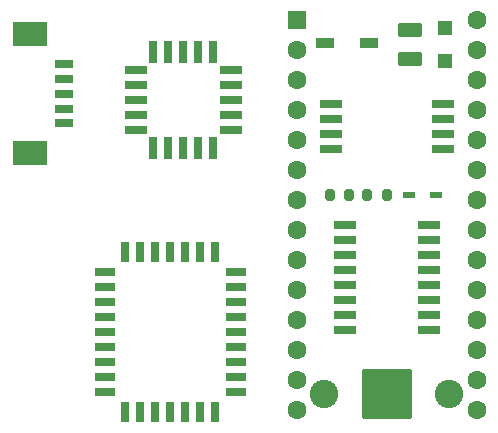
<source format=gbr>
%TF.GenerationSoftware,KiCad,Pcbnew,9.0.0*%
%TF.CreationDate,2025-11-02T14:13:05+01:00*%
%TF.ProjectId,QL_Minerva_MK2_SMD,514c5f4d-696e-4657-9276-615f4d4b325f,0.0*%
%TF.SameCoordinates,Original*%
%TF.FileFunction,Soldermask,Top*%
%TF.FilePolarity,Negative*%
%FSLAX46Y46*%
G04 Gerber Fmt 4.6, Leading zero omitted, Abs format (unit mm)*
G04 Created by KiCad (PCBNEW 9.0.0) date 2025-11-02 14:13:05*
%MOMM*%
%LPD*%
G01*
G04 APERTURE LIST*
G04 Aperture macros list*
%AMRoundRect*
0 Rectangle with rounded corners*
0 $1 Rounding radius*
0 $2 $3 $4 $5 $6 $7 $8 $9 X,Y pos of 4 corners*
0 Add a 4 corners polygon primitive as box body*
4,1,4,$2,$3,$4,$5,$6,$7,$8,$9,$2,$3,0*
0 Add four circle primitives for the rounded corners*
1,1,$1+$1,$2,$3*
1,1,$1+$1,$4,$5*
1,1,$1+$1,$6,$7*
1,1,$1+$1,$8,$9*
0 Add four rect primitives between the rounded corners*
20,1,$1+$1,$2,$3,$4,$5,0*
20,1,$1+$1,$4,$5,$6,$7,0*
20,1,$1+$1,$6,$7,$8,$9,0*
20,1,$1+$1,$8,$9,$2,$3,0*%
G04 Aperture macros list end*
%ADD10RoundRect,0.200000X0.200000X0.275000X-0.200000X0.275000X-0.200000X-0.275000X0.200000X-0.275000X0*%
%ADD11RoundRect,0.250000X-0.550000X-0.550000X0.550000X-0.550000X0.550000X0.550000X-0.550000X0.550000X0*%
%ADD12C,1.600000*%
%ADD13R,1.600000X0.800000*%
%ADD14R,3.000000X2.100000*%
%ADD15R,0.762000X1.778000*%
%ADD16R,1.778000X0.762000*%
%ADD17C,2.404000*%
%ADD18RoundRect,0.102000X-2.000000X-2.000000X2.000000X-2.000000X2.000000X2.000000X-2.000000X2.000000X0*%
%ADD19R,1.200000X1.200000*%
%ADD20R,1.925000X0.700000*%
%ADD21R,0.700000X1.925000*%
%ADD22R,1.825000X0.700000*%
%ADD23RoundRect,0.102000X0.900000X-0.500000X0.900000X0.500000X-0.900000X0.500000X-0.900000X-0.500000X0*%
%ADD24R,1.950000X0.700000*%
%ADD25R,1.500000X0.812800*%
%ADD26R,1.500000X0.863600*%
%ADD27R,1.075000X0.500000*%
G04 APERTURE END LIST*
D10*
%TO.C,R1*%
X87000000Y-79675000D03*
X85350000Y-79675000D03*
%TD*%
D11*
%TO.C,U1*%
X82610000Y-64835000D03*
D12*
X82610000Y-67375000D03*
X82610000Y-69915000D03*
X82610000Y-72455000D03*
X82610000Y-74995000D03*
X82610000Y-77535000D03*
X82610000Y-80075000D03*
X82610000Y-82615000D03*
X82610000Y-85155000D03*
X82610000Y-87695000D03*
X82610000Y-90235000D03*
X82610000Y-92775000D03*
X82610000Y-95315000D03*
X82610000Y-97855000D03*
X97850000Y-97855000D03*
X97850000Y-95315000D03*
X97850000Y-92775000D03*
X97850000Y-90235000D03*
X97850000Y-87695000D03*
X97850000Y-85155000D03*
X97850000Y-82615000D03*
X97850000Y-80075000D03*
X97850000Y-77535000D03*
X97850000Y-74995000D03*
X97850000Y-72455000D03*
X97850000Y-69915000D03*
X97850000Y-67375000D03*
X97850000Y-64835000D03*
%TD*%
D13*
%TO.C,J2*%
X62850000Y-68600000D03*
X62850001Y-69850000D03*
X62850000Y-71100000D03*
X62850001Y-72350000D03*
X62850000Y-73600000D03*
D14*
X59950001Y-66050000D03*
X59950001Y-76150000D03*
%TD*%
D15*
%TO.C,U6*%
X71875000Y-84493200D03*
X70605000Y-84493200D03*
X69335000Y-84493200D03*
X68065000Y-84493200D03*
D16*
X66363200Y-86195000D03*
X66363200Y-87465000D03*
X66363200Y-88735000D03*
X66363200Y-90005000D03*
X66363200Y-91275000D03*
X66363200Y-92545000D03*
X66363200Y-93815000D03*
X66363200Y-95085000D03*
X66363200Y-96355000D03*
D15*
X68065000Y-98056800D03*
X69335000Y-98056800D03*
X70605000Y-98056800D03*
X71875000Y-98056800D03*
X73145000Y-98056800D03*
X74415000Y-98056800D03*
X75685000Y-98056800D03*
D16*
X77386800Y-96355000D03*
X77386800Y-95085000D03*
X77386800Y-93815000D03*
X77386800Y-92545000D03*
X77386800Y-91275000D03*
X77386800Y-90005000D03*
X77386800Y-88735000D03*
X77386800Y-87465000D03*
X77386800Y-86195000D03*
D15*
X75685000Y-84493200D03*
X74415000Y-84493200D03*
X73145000Y-84493200D03*
%TD*%
D17*
%TO.C,J1*%
X84865000Y-96550000D03*
X95485000Y-96550000D03*
D18*
X90175000Y-96550000D03*
%TD*%
D19*
%TO.C,D1*%
X95085000Y-65500001D03*
X95085000Y-68299999D03*
%TD*%
D20*
%TO.C,U4*%
X68922500Y-71650000D03*
X68922500Y-72920000D03*
X68922500Y-74190000D03*
D21*
X70435000Y-75702500D03*
X71705000Y-75702500D03*
X72975000Y-75702500D03*
X74245000Y-75702500D03*
X75515000Y-75702500D03*
D20*
X77027500Y-74190000D03*
X77027500Y-72920000D03*
X77027500Y-71650000D03*
X77027500Y-70380000D03*
X77027500Y-69110000D03*
D21*
X75515000Y-67597500D03*
X74245000Y-67597500D03*
X72975000Y-67597500D03*
X71705000Y-67597500D03*
X70435000Y-67597500D03*
D20*
X68922500Y-69110000D03*
X68922500Y-70380000D03*
%TD*%
D22*
%TO.C,U5*%
X86638000Y-82215000D03*
X86638000Y-83485000D03*
X86638000Y-84755000D03*
X86638000Y-86025000D03*
X86638000Y-87295000D03*
X86638000Y-88565000D03*
X86638000Y-89835000D03*
X86638000Y-91105000D03*
X93762000Y-91105000D03*
X93762000Y-89835000D03*
X93762000Y-88565000D03*
X93762000Y-87295000D03*
X93762000Y-86025000D03*
X93762000Y-84755000D03*
X93762000Y-83485000D03*
X93762000Y-82215000D03*
%TD*%
D23*
%TO.C,Y1*%
X92135000Y-68174999D03*
X92135000Y-65675001D03*
%TD*%
D24*
%TO.C,U3*%
X94910000Y-75780000D03*
X94910000Y-74510000D03*
X94910000Y-73240000D03*
X94910000Y-71970000D03*
X85460000Y-71970000D03*
X85460000Y-73240000D03*
X85460000Y-74510000D03*
X85460000Y-75780000D03*
%TD*%
D10*
%TO.C,R2*%
X90200000Y-79675000D03*
X88550000Y-79675000D03*
%TD*%
D25*
%TO.C,C1*%
X85000000Y-66825000D03*
D26*
X88700000Y-66825000D03*
%TD*%
D27*
%TO.C,D2*%
X94386750Y-79675000D03*
X92062750Y-79675000D03*
%TD*%
M02*

</source>
